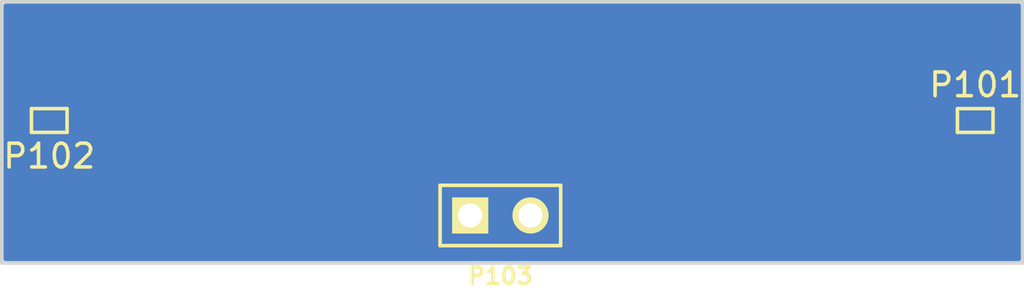
<source format=kicad_pcb>
(kicad_pcb (version 20221018) (generator pcbnew)
  (layers (0 "F.Cu" signal) (31 "B.Cu" signal) (34 "B.Paste" user) (35 "F.Paste" user) (36 "B.SilkS" user "B.Silkscreen") (37 "F.SilkS" user "F.Silkscreen") (38 "B.Mask" user) (39 "F.Mask" user) (44 "Edge.Cuts" user))
  (net 0 "")
  (net 1 "GND")
  (net 2 "/HS_P")
  (net 3 "/HS_N")
  (footprint "Connectors_254mm:pin_array_2x1" (layer "F.Cu") (at 147 109)
    (fp_text reference "P103" (at 0 2.55) (layer "F.SilkS") (effects (font (size 0.7 0.7) (thickness 0.152))))
    (fp_text value "CONN_01X02" hide)
    (fp_line (start -2.54 -1.27) (end 2.54 -1.27) (stroke (width 0.1524)) (layer "F.SilkS"))
    (fp_line (start -2.54 1.27) (end -2.54 -1.27) (stroke (width 0.1524)) (layer "F.SilkS"))
    (fp_line (start 2.54 -1.27) (end 2.54 1.27) (stroke (width 0.1524)) (layer "F.SilkS"))
    (fp_line (start 2.54 1.27) (end -2.54 1.27) (stroke (width 0.1524)) (layer "F.SilkS"))
    (pad "1" thru_hole rect (at -1.27 0) (size 1.524 1.524) (drill 1.016) (layers "*.Cu" "*.Mask" "F.SilkS") (net 1 "GND"))
    (pad "2" thru_hole circle (at 1.27 0) (size 1.524 1.524) (drill 1.016) (layers "*.Cu" "*.Mask" "F.SilkS") (net 1 "GND"))
  )
  (footprint "test:TEST_01x02_05mm" (layer "F.Cu") (at 167 105 180)
    (fp_text reference "P101" (at 0 1.5 180) (layer "F.SilkS"))
    (fp_text value "CONN_01X02" hide)
    (fp_line (start -0.75 -0.5) (end 0.75 -0.5) (stroke (width 0.15)) (layer "F.SilkS"))
    (fp_line (start -0.75 0.5) (end -0.75 -0.5) (stroke (width 0.15)) (layer "F.SilkS"))
    (fp_line (start 0.75 -0.5) (end 0.75 0.5) (stroke (width 0.15)) (layer "F.SilkS"))
    (fp_line (start 0.75 0.5) (end -0.75 0.5) (stroke (width 0.15)) (layer "F.SilkS"))
    (pad "1" smd rect (at 0 -0.25 180) (size 1 0.25) (layers "F.Cu" "F.Paste" "F.Mask") (net 2 "/HS_P"))
    (pad "2" smd rect (at 0 0.25 180) (size 1 0.25) (layers "F.Cu" "F.Paste" "F.Mask") (net 3 "/HS_N"))
  )
  (footprint "test:TEST_01x02_05mm" (layer "F.Cu") (at 128 105)
    (fp_text reference "P102" (at 0 1.5) (layer "F.SilkS"))
    (fp_text value "CONN_01X02" hide)
    (fp_line (start -0.75 -0.5) (end 0.75 -0.5) (stroke (width 0.15)) (layer "F.SilkS"))
    (fp_line (start -0.75 0.5) (end -0.75 -0.5) (stroke (width 0.15)) (layer "F.SilkS"))
    (fp_line (start 0.75 -0.5) (end 0.75 0.5) (stroke (width 0.15)) (layer "F.SilkS"))
    (fp_line (start 0.75 0.5) (end -0.75 0.5) (stroke (width 0.15)) (layer "F.SilkS"))
    (pad "1" smd rect (at 0 -0.25) (size 1 0.25) (layers "F.Cu" "F.Paste" "F.Mask") (net 3 "/HS_N"))
    (pad "2" smd rect (at 0 0.25) (size 1 0.25) (layers "F.Cu" "F.Paste" "F.Mask") (net 2 "/HS_P"))
  )
  (gr_line (start 126 111) (end 169 111) (stroke (width 0.15)) (layer "Edge.Cuts"))
  (gr_line (start 169 100) (end 169 111) (stroke (width 0.15)) (layer "Edge.Cuts"))
  (gr_line (start 126 111) (end 126 100) (stroke (width 0.15)) (layer "Edge.Cuts"))
  (gr_line (start 126 100) (end 169 100) (stroke (width 0.15)) (layer "Edge.Cuts"))
  (segment (start 166.12 105.12) (end 166.25 105.25) (width 0.12) (layer "F.Cu") (net 2))
  (segment (start 166.25 105.25) (end 167 105.25) (width 0.12) (layer "F.Cu") (net 2))
  (segment (start 128.75 105.25) (end 128.88 105.12) (width 0.12) (layer "F.Cu") (net 2))
  (segment (start 128 105.25) (end 128.75 105.25) (width 0.12) (layer "F.Cu") (net 2))
  (segment (start 128.88 105.12) (end 166.12 105.12) (width 0.12) (layer "F.Cu") (net 2))
  (segment (start 166.25 104.75) (end 167 104.75) (width 0.12) (layer "F.Cu") (net 3))
  (segment (start 128.88 104.88) (end 166.12 104.88) (width 0.12) (layer "F.Cu") (net 3))
  (segment (start 128 104.75) (end 128.75 104.75) (width 0.12) (layer "F.Cu") (net 3))
  (segment (start 166.12 104.88) (end 166.25 104.75) (width 0.12) (layer "F.Cu") (net 3))
  (segment (start 128.75 104.75) (end 128.88 104.88) (width 0.12) (layer "F.Cu") (net 3))
  (zone (net 1) (net_name "GND") (layer "B.Cu") (connect_pads yes (clearance 0.15)) (min_thickness 0.15) (fill yes (thermal_gap 0.508) (thermal_bridge_width 0.508))
    (polygon (pts (xy 126 100) (xy 169 100) (xy 169 111) (xy 126 111)))
  )
)
</source>
